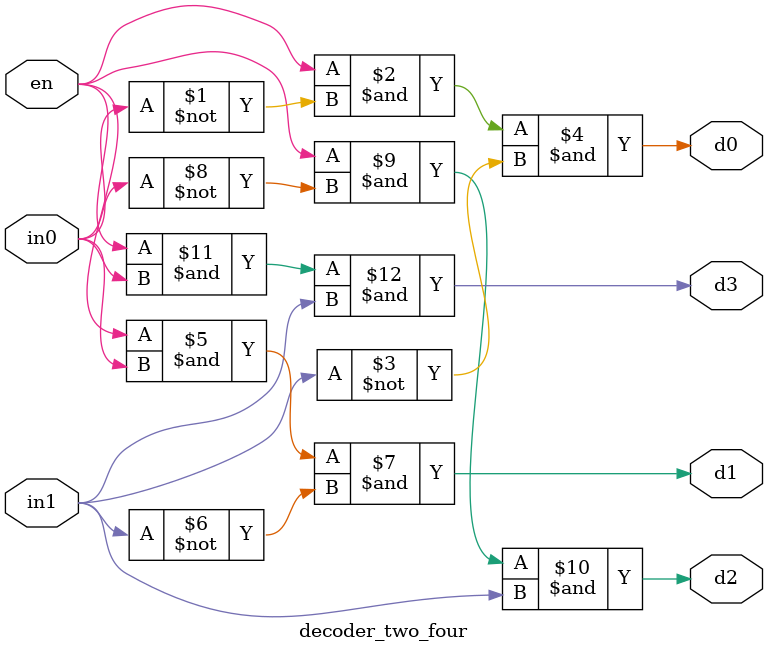
<source format=v>
module decoder_two_four (
    input in0,
    input in1,
    input en,
    output d0,
    output d1,
    output d2,
    output d3
);

   assign d0 = en & (~in0) & (~in1) ;
   assign d1 = en & in0 & (~in1) ;
   assign d2 = en & (~in0) & in1 ;
   assign d3 = en & in0 & in1 ;
       
endmodule
</source>
